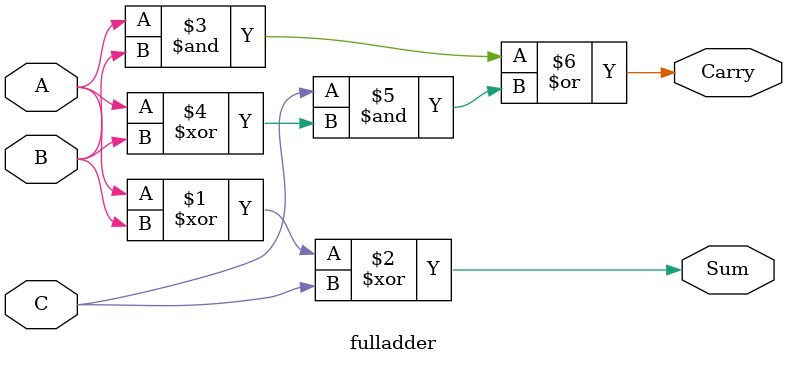
<source format=sv>

module fulladder(Sum, Carry, A, B, C);
  input A, B, C;
  output Sum, Carry;
  
  assign Sum = A^B^C;
  assign Carry = A&B | C&(A^B);
endmodule

</source>
